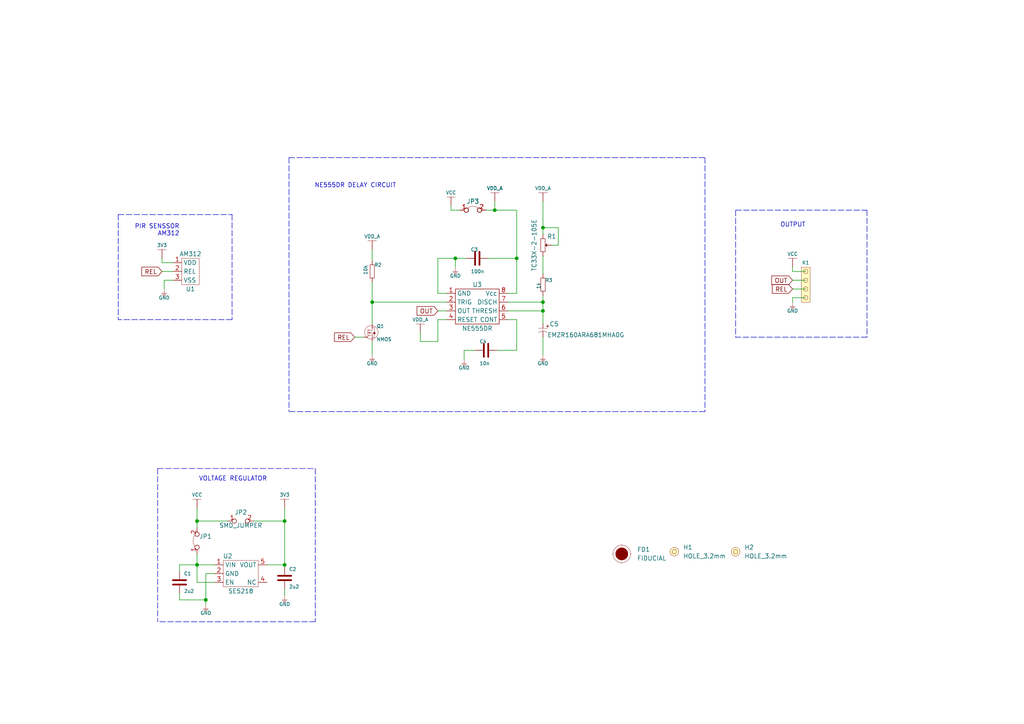
<source format=kicad_sch>
(kicad_sch (version 20210621) (generator eeschema)

  (uuid 302ae457-e87a-4ae6-ac38-0f2c833f3b14)

  (paper "A4")

  (lib_symbols
    (symbol "e-radionica.com schematics:0603C" (pin_numbers hide) (pin_names (offset 0.002)) (in_bom yes) (on_board yes)
      (property "Reference" "C" (id 0) (at -0.635 3.175 0)
        (effects (font (size 1 1)))
      )
      (property "Value" "0603C" (id 1) (at 0 -3.175 0)
        (effects (font (size 1 1)))
      )
      (property "Footprint" "e-radionica.com footprinti:0603C" (id 2) (at 0 0 0)
        (effects (font (size 1 1)) hide)
      )
      (property "Datasheet" "" (id 3) (at 0 0 0)
        (effects (font (size 1 1)) hide)
      )
      (symbol "0603C_0_1"
        (polyline
          (pts
            (xy -0.635 1.905)
            (xy -0.635 -1.905)
          )
          (stroke (width 0.5)) (fill (type none))
        )
        (polyline
          (pts
            (xy 0.635 1.905)
            (xy 0.635 -1.905)
          )
          (stroke (width 0.5)) (fill (type none))
        )
      )
      (symbol "0603C_1_1"
        (pin passive line (at -3.175 0 0) (length 2.54)
          (name "~" (effects (font (size 1.27 1.27))))
          (number "1" (effects (font (size 1.27 1.27))))
        )
        (pin passive line (at 3.175 0 180) (length 2.54)
          (name "~" (effects (font (size 1.27 1.27))))
          (number "2" (effects (font (size 1.27 1.27))))
        )
      )
    )
    (symbol "e-radionica.com schematics:0603R" (pin_numbers hide) (pin_names (offset 0.254)) (in_bom yes) (on_board yes)
      (property "Reference" "R" (id 0) (at -1.905 1.905 0)
        (effects (font (size 1 1)))
      )
      (property "Value" "0603R" (id 1) (at 0 -1.905 0)
        (effects (font (size 1 1)))
      )
      (property "Footprint" "e-radionica.com footprinti:0603R" (id 2) (at -0.635 1.905 0)
        (effects (font (size 1 1)) hide)
      )
      (property "Datasheet" "" (id 3) (at -0.635 1.905 0)
        (effects (font (size 1 1)) hide)
      )
      (symbol "0603R_0_1"
        (rectangle (start -1.905 -0.635) (end 1.905 -0.6604)
          (stroke (width 0.1)) (fill (type none))
        )
        (rectangle (start -1.905 0.635) (end -1.8796 -0.635)
          (stroke (width 0.1)) (fill (type none))
        )
        (rectangle (start -1.905 0.635) (end 1.905 0.6096)
          (stroke (width 0.1)) (fill (type none))
        )
        (rectangle (start 1.905 0.635) (end 1.9304 -0.635)
          (stroke (width 0.1)) (fill (type none))
        )
      )
      (symbol "0603R_1_1"
        (pin passive line (at -3.175 0 0) (length 1.27)
          (name "~" (effects (font (size 1.27 1.27))))
          (number "1" (effects (font (size 1.27 1.27))))
        )
        (pin passive line (at 3.175 0 180) (length 1.27)
          (name "~" (effects (font (size 1.27 1.27))))
          (number "2" (effects (font (size 1.27 1.27))))
        )
      )
    )
    (symbol "e-radionica.com schematics:3V3" (power) (pin_names (offset 0)) (in_bom yes) (on_board yes)
      (property "Reference" "#PWR" (id 0) (at 4.445 0 0)
        (effects (font (size 1 1)) hide)
      )
      (property "Value" "3V3" (id 1) (at 0 3.556 0)
        (effects (font (size 1 1)))
      )
      (property "Footprint" "" (id 2) (at 4.445 3.81 0)
        (effects (font (size 1 1)) hide)
      )
      (property "Datasheet" "" (id 3) (at 4.445 3.81 0)
        (effects (font (size 1 1)) hide)
      )
      (property "ki_keywords" "power-flag" (id 4) (at 0 0 0)
        (effects (font (size 1.27 1.27)) hide)
      )
      (property "ki_description" "Power symbol creates a global label with name \"+3V3\"" (id 5) (at 0 0 0)
        (effects (font (size 1.27 1.27)) hide)
      )
      (symbol "3V3_0_1"
        (polyline
          (pts
            (xy -1.27 2.54)
            (xy 1.27 2.54)
          )
          (stroke (width 0.0006)) (fill (type none))
        )
        (polyline
          (pts
            (xy 0 0)
            (xy 0 2.54)
          )
          (stroke (width 0)) (fill (type none))
        )
      )
      (symbol "3V3_1_1"
        (pin power_in line (at 0 0 90) (length 0) hide
          (name "3V3" (effects (font (size 1.27 1.27))))
          (number "1" (effects (font (size 1.27 1.27))))
        )
      )
    )
    (symbol "e-radionica.com schematics:ELECTROLITIC_CAP_8x8x14.5" (pin_numbers hide) (pin_names hide) (in_bom yes) (on_board yes)
      (property "Reference" "C" (id 0) (at -1.27 2.54 0)
        (effects (font (size 1.27 1.27)))
      )
      (property "Value" "ELECTROLITIC_CAP_8x8x14.5" (id 1) (at 0 -2.54 0)
        (effects (font (size 1.27 1.27)))
      )
      (property "Footprint" "e-radionica.com footprinti:ELECTROLITIC_CAP_8x8x14.5" (id 2) (at 0 -5.08 0)
        (effects (font (size 1.27 1.27)) hide)
      )
      (property "Datasheet" "" (id 3) (at 0 0 0)
        (effects (font (size 1.27 1.27)) hide)
      )
      (symbol "ELECTROLITIC_CAP_8x8x14.5_0_0"
        (text "+" (at -1.905 1.27 0)
          (effects (font (size 1 1)))
        )
      )
      (symbol "ELECTROLITIC_CAP_8x8x14.5_0_1"
        (arc (start -0.0001 1.27) (end -0.0001 -1.27) (radius (at 1.27 0) (length 1.7961) (angles 135 -135))
          (stroke (width 0.0006)) (fill (type none))
        )
        (polyline
          (pts
            (xy -1.27 -1.27)
            (xy -1.27 1.27)
          )
          (stroke (width 0.0006)) (fill (type none))
        )
      )
      (symbol "ELECTROLITIC_CAP_8x8x14.5_1_1"
        (pin input line (at -2.54 0 0) (length 1.27)
          (name "+" (effects (font (size 1.27 1.27))))
          (number "1" (effects (font (size 1.27 1.27))))
        )
        (pin input line (at 1.27 0 180) (length 1.8)
          (name "-" (effects (font (size 1.27 1.27))))
          (number "2" (effects (font (size 1.27 1.27))))
        )
      )
    )
    (symbol "e-radionica.com schematics:FIDUCIAL" (in_bom no) (on_board yes)
      (property "Reference" "FD" (id 0) (at 0 3.81 0)
        (effects (font (size 1.27 1.27)))
      )
      (property "Value" "FIDUCIAL" (id 1) (at 0 -3.81 0)
        (effects (font (size 1.27 1.27)))
      )
      (property "Footprint" "e-radionica.com footprinti:FIDUCIAL_23" (id 2) (at 0.254 -5.334 0)
        (effects (font (size 1.27 1.27)) hide)
      )
      (property "Datasheet" "" (id 3) (at 0 0 0)
        (effects (font (size 1.27 1.27)) hide)
      )
      (symbol "FIDUCIAL_0_1"
        (circle (center 0 0) (radius 2.54) (stroke (width 0.0006)) (fill (type none)))
        (circle (center 0 0) (radius 1.7961) (stroke (width 0.001)) (fill (type outline)))
        (polyline
          (pts
            (xy -2.54 0)
            (xy -2.794 0)
          )
          (stroke (width 0.0006)) (fill (type none))
        )
        (polyline
          (pts
            (xy 0 -2.54)
            (xy 0 -2.794)
          )
          (stroke (width 0.0006)) (fill (type none))
        )
        (polyline
          (pts
            (xy 0 2.54)
            (xy 0 2.794)
          )
          (stroke (width 0.0006)) (fill (type none))
        )
        (polyline
          (pts
            (xy 2.54 0)
            (xy 2.794 0)
          )
          (stroke (width 0.0006)) (fill (type none))
        )
      )
    )
    (symbol "e-radionica.com schematics:GND" (power) (pin_names (offset 0)) (in_bom yes) (on_board yes)
      (property "Reference" "#PWR" (id 0) (at 4.445 0 0)
        (effects (font (size 1 1)) hide)
      )
      (property "Value" "GND" (id 1) (at 0 -2.921 0)
        (effects (font (size 1 1)))
      )
      (property "Footprint" "" (id 2) (at 4.445 3.81 0)
        (effects (font (size 1 1)) hide)
      )
      (property "Datasheet" "" (id 3) (at 4.445 3.81 0)
        (effects (font (size 1 1)) hide)
      )
      (property "ki_keywords" "power-flag" (id 4) (at 0 0 0)
        (effects (font (size 1.27 1.27)) hide)
      )
      (property "ki_description" "Power symbol creates a global label with name \"+3V3\"" (id 5) (at 0 0 0)
        (effects (font (size 1.27 1.27)) hide)
      )
      (symbol "GND_0_1"
        (polyline
          (pts
            (xy -0.762 -1.27)
            (xy 0.762 -1.27)
          )
          (stroke (width 0.0006)) (fill (type none))
        )
        (polyline
          (pts
            (xy -0.635 -1.524)
            (xy 0.635 -1.524)
          )
          (stroke (width 0.0006)) (fill (type none))
        )
        (polyline
          (pts
            (xy -0.381 -1.778)
            (xy 0.381 -1.778)
          )
          (stroke (width 0.0006)) (fill (type none))
        )
        (polyline
          (pts
            (xy -0.127 -2.032)
            (xy 0.127 -2.032)
          )
          (stroke (width 0.0006)) (fill (type none))
        )
        (polyline
          (pts
            (xy 0 0)
            (xy 0 -1.27)
          )
          (stroke (width 0.0006)) (fill (type none))
        )
      )
      (symbol "GND_1_1"
        (pin power_in line (at 0 0 270) (length 0) hide
          (name "GND" (effects (font (size 1.27 1.27))))
          (number "1" (effects (font (size 1.27 1.27))))
        )
      )
    )
    (symbol "e-radionica.com schematics:HEADER_MALE_4X1" (pin_numbers hide) (pin_names hide) (in_bom yes) (on_board yes)
      (property "Reference" "K" (id 0) (at -0.635 7.62 0)
        (effects (font (size 1 1)))
      )
      (property "Value" "HEADER_MALE_4X1" (id 1) (at 0 -5.08 0)
        (effects (font (size 1 1)))
      )
      (property "Footprint" "e-radionica.com footprinti:HEADER_MALE_4X1" (id 2) (at 0 -7.62 0)
        (effects (font (size 1 1)) hide)
      )
      (property "Datasheet" "" (id 3) (at 0 -2.54 0)
        (effects (font (size 1 1)) hide)
      )
      (symbol "HEADER_MALE_4X1_0_1"
        (circle (center 0 -2.54) (radius 0.635) (stroke (width 0.0006)) (fill (type none)))
        (circle (center 0 0) (radius 0.635) (stroke (width 0.0006)) (fill (type none)))
        (circle (center 0 2.54) (radius 0.635) (stroke (width 0.0006)) (fill (type none)))
        (circle (center 0 5.08) (radius 0.635) (stroke (width 0.0006)) (fill (type none)))
        (rectangle (start 1.27 -3.81) (end -1.27 6.35)
          (stroke (width 0.001)) (fill (type background))
        )
      )
      (symbol "HEADER_MALE_4X1_1_1"
        (pin passive line (at 0 -2.54 180) (length 0)
          (name "~" (effects (font (size 1 1))))
          (number "1" (effects (font (size 1 1))))
        )
        (pin passive line (at 0 0 180) (length 0)
          (name "~" (effects (font (size 1 1))))
          (number "2" (effects (font (size 1 1))))
        )
        (pin passive line (at 0 2.54 180) (length 0)
          (name "~" (effects (font (size 1 1))))
          (number "3" (effects (font (size 1 1))))
        )
        (pin passive line (at 0 5.08 180) (length 0)
          (name "~" (effects (font (size 1 1))))
          (number "4" (effects (font (size 1 1))))
        )
      )
    )
    (symbol "e-radionica.com schematics:HOLE_3.2mm" (pin_numbers hide) (pin_names hide) (in_bom yes) (on_board yes)
      (property "Reference" "H" (id 0) (at 0 2.54 0)
        (effects (font (size 1.27 1.27)))
      )
      (property "Value" "HOLE_3.2mm" (id 1) (at 0 -2.54 0)
        (effects (font (size 1.27 1.27)))
      )
      (property "Footprint" "e-radionica.com footprinti:HOLE_3.2mm" (id 2) (at 0 0 0)
        (effects (font (size 1.27 1.27)) hide)
      )
      (property "Datasheet" "" (id 3) (at 0 0 0)
        (effects (font (size 1.27 1.27)) hide)
      )
      (symbol "HOLE_3.2mm_0_1"
        (circle (center 0 0) (radius 0.635) (stroke (width 0.0006)) (fill (type none)))
        (circle (center 0 0) (radius 1.27) (stroke (width 0.001)) (fill (type background)))
      )
    )
    (symbol "e-radionica.com schematics:NE555DR" (in_bom yes) (on_board yes)
      (property "Reference" "U" (id 0) (at 0 6.35 0)
        (effects (font (size 1.27 1.27)))
      )
      (property "Value" "NE555DR" (id 1) (at 0 -6.35 0)
        (effects (font (size 1.27 1.27)))
      )
      (property "Footprint" "e-radionica.com footprinti:SOIC−8" (id 2) (at -6.35 -1.27 0)
        (effects (font (size 1.27 1.27)) hide)
      )
      (property "Datasheet" "" (id 3) (at -6.35 -1.27 0)
        (effects (font (size 1.27 1.27)) hide)
      )
      (symbol "NE555DR_0_1"
        (rectangle (start -7.62 3.81) (end -7.62 3.81)
          (stroke (width 0.1524)) (fill (type none))
        )
        (rectangle (start -6.35 5.08) (end 6.35 -5.08)
          (stroke (width 0.1524)) (fill (type none))
        )
      )
      (symbol "NE555DR_1_1"
        (pin input line (at -8.89 3.81 0) (length 2.54)
          (name "GND" (effects (font (size 1.27 1.27))))
          (number "1" (effects (font (size 1.27 1.27))))
        )
        (pin input line (at -8.89 1.27 0) (length 2.54)
          (name "TRIG" (effects (font (size 1.27 1.27))))
          (number "2" (effects (font (size 1.27 1.27))))
        )
        (pin input line (at -8.89 -1.27 0) (length 2.54)
          (name "OUT" (effects (font (size 1.27 1.27))))
          (number "3" (effects (font (size 1.27 1.27))))
        )
        (pin input line (at -8.89 -3.81 0) (length 2.54)
          (name "RESET" (effects (font (size 1.27 1.27))))
          (number "4" (effects (font (size 1.27 1.27))))
        )
        (pin input line (at 8.89 -3.81 180) (length 2.54)
          (name "CONT" (effects (font (size 1.27 1.27))))
          (number "5" (effects (font (size 1.27 1.27))))
        )
        (pin input line (at 8.89 -1.27 180) (length 2.54)
          (name "THRESH" (effects (font (size 1.27 1.27))))
          (number "6" (effects (font (size 1.27 1.27))))
        )
        (pin input line (at 8.89 1.27 180) (length 2.54)
          (name "DISCH" (effects (font (size 1.27 1.27))))
          (number "7" (effects (font (size 1.27 1.27))))
        )
        (pin input line (at 8.89 3.81 180) (length 2.54)
          (name "Vcc" (effects (font (size 1.27 1.27))))
          (number "8" (effects (font (size 1.27 1.27))))
        )
      )
    )
    (symbol "e-radionica.com schematics:NMOS-SOT-23-3" (pin_numbers hide) (pin_names hide) (in_bom yes) (on_board yes)
      (property "Reference" "Q" (id 0) (at -1.143 2.921 0)
        (effects (font (size 1 1)))
      )
      (property "Value" "NMOS-SOT-23-3" (id 1) (at 1.524 -3.937 0)
        (effects (font (size 1 1)))
      )
      (property "Footprint" "e-radionica.com footprinti:SOT-23-3" (id 2) (at 0 0 0)
        (effects (font (size 1 1)) hide)
      )
      (property "Datasheet" "" (id 3) (at 0 0 0)
        (effects (font (size 1 1)) hide)
      )
      (symbol "NMOS-SOT-23-3_0_1"
        (circle (center 1.016 0.127) (radius 1.9716) (stroke (width 0.0006)) (fill (type none)))
        (polyline
          (pts
            (xy 0 -1.27)
            (xy 0 1.016)
          )
          (stroke (width 0.0006)) (fill (type none))
        )
        (polyline
          (pts
            (xy 0.254 -1.016)
            (xy 0.254 -0.508)
          )
          (stroke (width 0.0006)) (fill (type none))
        )
        (polyline
          (pts
            (xy 0.254 -0.762)
            (xy 1.27 -0.762)
          )
          (stroke (width 0.0006)) (fill (type none))
        )
        (polyline
          (pts
            (xy 0.254 -0.254)
            (xy 0.254 0.254)
          )
          (stroke (width 0.0006)) (fill (type none))
        )
        (polyline
          (pts
            (xy 0.254 0.762)
            (xy 1.27 0.762)
          )
          (stroke (width 0.0006)) (fill (type none))
        )
        (polyline
          (pts
            (xy 0.254 1.016)
            (xy 0.254 0.508)
          )
          (stroke (width 0.0006)) (fill (type none))
        )
        (polyline
          (pts
            (xy 1.27 -1.27)
            (xy 1.27 -0.762)
          )
          (stroke (width 0.0006)) (fill (type none))
        )
        (polyline
          (pts
            (xy 1.27 0.762)
            (xy 1.27 1.27)
          )
          (stroke (width 0.0006)) (fill (type none))
        )
        (polyline
          (pts
            (xy 1.651 -0.254)
            (xy 1.905 0.127)
          )
          (stroke (width 0.2)) (fill (type none))
        )
        (polyline
          (pts
            (xy 1.651 0.127)
            (xy 2.159 0.127)
          )
          (stroke (width 0.0006)) (fill (type none))
        )
        (polyline
          (pts
            (xy 0.254 0)
            (xy 1.27 0)
            (xy 1.27 -0.762)
          )
          (stroke (width 0.0006)) (fill (type none))
        )
        (polyline
          (pts
            (xy 1.651 -0.254)
            (xy 2.159 -0.254)
            (xy 1.905 0.127)
          )
          (stroke (width 0.2)) (fill (type none))
        )
        (polyline
          (pts
            (xy 0.381 0)
            (xy 0.635 0.254)
            (xy 0.635 -0.254)
            (xy 0.381 0)
          )
          (stroke (width 0.0006)) (fill (type none))
        )
        (polyline
          (pts
            (xy 1.27 -1.27)
            (xy 1.905 -1.27)
            (xy 1.905 1.524)
            (xy 1.27 1.524)
          )
          (stroke (width 0.0006)) (fill (type none))
        )
      )
      (symbol "NMOS-SOT-23-3_1_1"
        (pin passive line (at -1.27 -1.27 0) (length 1.27)
          (name "G" (effects (font (size 1 1))))
          (number "1" (effects (font (size 1 1))))
        )
        (pin passive line (at 1.27 -2.54 90) (length 1.27)
          (name "S" (effects (font (size 1 1))))
          (number "2" (effects (font (size 1 1))))
        )
        (pin passive line (at 1.27 2.54 270) (length 1.27)
          (name "D" (effects (font (size 1 1))))
          (number "3" (effects (font (size 1 1))))
        )
      )
    )
    (symbol "e-radionica.com schematics:PIR_senzor" (in_bom yes) (on_board yes)
      (property "Reference" "U" (id 0) (at 0 5.08 0)
        (effects (font (size 1.27 1.27)))
      )
      (property "Value" "PIR_senzor" (id 1) (at 0 -5.08 0)
        (effects (font (size 1.27 1.27)))
      )
      (property "Footprint" "e-radionica.com footprinti:PIR_senzor" (id 2) (at 0 -7.62 0)
        (effects (font (size 1.27 1.27)) hide)
      )
      (property "Datasheet" "" (id 3) (at -6.35 0 0)
        (effects (font (size 1.27 1.27)) hide)
      )
      (symbol "PIR_senzor_0_1"
        (rectangle (start -2.54 3.81) (end 2.54 -3.81)
          (stroke (width 0.0006)) (fill (type none))
        )
      )
      (symbol "PIR_senzor_1_1"
        (pin input line (at -5.08 2.54 0) (length 2.54)
          (name "VDD" (effects (font (size 1.27 1.27))))
          (number "1" (effects (font (size 1.27 1.27))))
        )
        (pin input line (at -5.08 0 0) (length 2.54)
          (name "REL" (effects (font (size 1.27 1.27))))
          (number "2" (effects (font (size 1.27 1.27))))
        )
        (pin input line (at -5.08 -2.54 0) (length 2.54)
          (name "VSS" (effects (font (size 1.27 1.27))))
          (number "3" (effects (font (size 1.27 1.27))))
        )
      )
    )
    (symbol "e-radionica.com schematics:SE5218" (in_bom yes) (on_board yes)
      (property "Reference" "U" (id 0) (at -3.81 5.08 0)
        (effects (font (size 1.27 1.27)))
      )
      (property "Value" "SE5218" (id 1) (at 0 -5.08 0)
        (effects (font (size 1.27 1.27)))
      )
      (property "Footprint" "e-radionica.com footprinti:SOT-23-5" (id 2) (at 0 0 0)
        (effects (font (size 1.27 1.27)) hide)
      )
      (property "Datasheet" "" (id 3) (at 0 0 0)
        (effects (font (size 1.27 1.27)) hide)
      )
      (symbol "SE5218_0_1"
        (rectangle (start -5.08 3.81) (end 5.08 -3.81)
          (stroke (width 0.0006)) (fill (type none))
        )
      )
      (symbol "SE5218_1_1"
        (pin power_in line (at -7.62 2.54 0) (length 2.54)
          (name "VIN" (effects (font (size 1.27 1.27))))
          (number "1" (effects (font (size 1.27 1.27))))
        )
        (pin power_in line (at -7.62 0 0) (length 2.54)
          (name "GND" (effects (font (size 1.27 1.27))))
          (number "2" (effects (font (size 1.27 1.27))))
        )
        (pin input line (at -7.62 -2.54 0) (length 2.54)
          (name "EN" (effects (font (size 1.27 1.27))))
          (number "3" (effects (font (size 1.27 1.27))))
        )
        (pin passive line (at 7.62 -2.54 180) (length 2.54)
          (name "NC" (effects (font (size 1.27 1.27))))
          (number "4" (effects (font (size 1.27 1.27))))
        )
        (pin power_out line (at 7.62 2.54 180) (length 2.54)
          (name "VOUT" (effects (font (size 1.27 1.27))))
          (number "5" (effects (font (size 1.27 1.27))))
        )
      )
    )
    (symbol "e-radionica.com schematics:SMD-JUMPER-CONNECTED_TRACE_SLODERMASK" (in_bom yes) (on_board yes)
      (property "Reference" "JP" (id 0) (at 0 3.556 0)
        (effects (font (size 1.27 1.27)))
      )
      (property "Value" "SMD-JUMPER-CONNECTED_TRACE_SLODERMASK" (id 1) (at 0 -2.54 0)
        (effects (font (size 1.27 1.27)))
      )
      (property "Footprint" "e-radionica.com footprinti:SMD-JUMPER-CONNECTED_TRACE_SLODERMASK" (id 2) (at 0 -5.715 0)
        (effects (font (size 1.27 1.27)) hide)
      )
      (property "Datasheet" "" (id 3) (at 0 0 0)
        (effects (font (size 1.27 1.27)) hide)
      )
      (symbol "SMD-JUMPER-CONNECTED_TRACE_SLODERMASK_0_1"
        (arc (start -1.6159 0.5742) (end 1.5845 0.5996) (radius (at 0 -1.397) (length 2.5489) (angles 129.3 51.6))
          (stroke (width 0.0006)) (fill (type none))
        )
      )
      (symbol "SMD-JUMPER-CONNECTED_TRACE_SLODERMASK_1_1"
        (pin passive inverted (at -3.81 0 0) (length 2.54)
          (name "" (effects (font (size 1.27 1.27))))
          (number "1" (effects (font (size 1.27 1.27))))
        )
        (pin passive inverted (at 3.81 0 180) (length 2.54)
          (name "" (effects (font (size 1.27 1.27))))
          (number "2" (effects (font (size 1.27 1.27))))
        )
      )
    )
    (symbol "e-radionica.com schematics:SMD_JUMPER" (in_bom yes) (on_board yes)
      (property "Reference" "JP" (id 0) (at 0 1.397 0)
        (effects (font (size 1.27 1.27)))
      )
      (property "Value" "SMD_JUMPER" (id 1) (at 0.508 -3.048 0)
        (effects (font (size 1.27 1.27)))
      )
      (property "Footprint" "e-radionica.com footprinti:SMD_JUMPER" (id 2) (at 0 0 0)
        (effects (font (size 1.27 1.27)) hide)
      )
      (property "Datasheet" "" (id 3) (at 0 0 0)
        (effects (font (size 1.27 1.27)) hide)
      )
      (symbol "SMD_JUMPER_1_1"
        (pin passive inverted (at -3.81 0 0) (length 2.54)
          (name "" (effects (font (size 1.27 1.27))))
          (number "1" (effects (font (size 1.27 1.27))))
        )
        (pin passive inverted (at 3.81 0 180) (length 2.54)
          (name "" (effects (font (size 1.27 1.27))))
          (number "2" (effects (font (size 1.27 1.27))))
        )
      )
    )
    (symbol "e-radionica.com schematics:VCC" (power) (pin_names (offset 0)) (in_bom yes) (on_board yes)
      (property "Reference" "#PWR" (id 0) (at 4.445 0 0)
        (effects (font (size 1 1)) hide)
      )
      (property "Value" "VCC" (id 1) (at 0 3.556 0)
        (effects (font (size 1 1)))
      )
      (property "Footprint" "" (id 2) (at 4.445 3.81 0)
        (effects (font (size 1 1)) hide)
      )
      (property "Datasheet" "" (id 3) (at 4.445 3.81 0)
        (effects (font (size 1 1)) hide)
      )
      (property "ki_keywords" "power-flag" (id 4) (at 0 0 0)
        (effects (font (size 1.27 1.27)) hide)
      )
      (property "ki_description" "Power symbol creates a global label with name \"+3V3\"" (id 5) (at 0 0 0)
        (effects (font (size 1.27 1.27)) hide)
      )
      (symbol "VCC_0_1"
        (polyline
          (pts
            (xy -1.27 2.54)
            (xy 1.27 2.54)
          )
          (stroke (width 0.0006)) (fill (type none))
        )
        (polyline
          (pts
            (xy 0 0)
            (xy 0 2.54)
          )
          (stroke (width 0)) (fill (type none))
        )
      )
      (symbol "VCC_1_1"
        (pin power_in line (at 0 0 90) (length 0) hide
          (name "VCC" (effects (font (size 1.27 1.27))))
          (number "1" (effects (font (size 1.27 1.27))))
        )
      )
    )
    (symbol "e-radionica.com schematics:VDD_A" (power) (pin_names (offset 0)) (in_bom yes) (on_board yes)
      (property "Reference" "#PWR" (id 0) (at 4.445 0 0)
        (effects (font (size 1 1)) hide)
      )
      (property "Value" "VDD_A" (id 1) (at 0 3.556 0)
        (effects (font (size 1 1)))
      )
      (property "Footprint" "" (id 2) (at 4.445 3.81 0)
        (effects (font (size 1 1)) hide)
      )
      (property "Datasheet" "" (id 3) (at 4.445 3.81 0)
        (effects (font (size 1 1)) hide)
      )
      (property "ki_keywords" "power-flag" (id 4) (at 0 0 0)
        (effects (font (size 1.27 1.27)) hide)
      )
      (property "ki_description" "Power symbol creates a global label with name \"VDD_A\"" (id 5) (at 0 0 0)
        (effects (font (size 1.27 1.27)) hide)
      )
      (symbol "VDD_A_0_1"
        (polyline
          (pts
            (xy -1.27 2.54)
            (xy 1.27 2.54)
          )
          (stroke (width 0.0006)) (fill (type none))
        )
        (polyline
          (pts
            (xy 0 0)
            (xy 0 2.54)
          )
          (stroke (width 0)) (fill (type none))
        )
      )
      (symbol "VDD_A_1_1"
        (pin power_in line (at 0 0 90) (length 0) hide
          (name "VDD_A" (effects (font (size 1.27 1.27))))
          (number "1" (effects (font (size 1.27 1.27))))
        )
      )
    )
    (symbol "e-radionica.com schematics:tc33x-2-103e_1" (pin_numbers hide) (pin_names hide) (in_bom yes) (on_board yes)
      (property "Reference" "R" (id 0) (at -1.778 3.302 0)
        (effects (font (size 1.27 1.27)))
      )
      (property "Value" "tc33x-2-103e" (id 1) (at 0 -2.54 0)
        (effects (font (size 1.27 1.27)))
      )
      (property "Footprint" "e-radionica.com footprinti:tc33x-2-103e" (id 2) (at 0 -5.08 0)
        (effects (font (size 1.27 1.27)) hide)
      )
      (property "Datasheet" "" (id 3) (at -0.0508 -0.0508 0)
        (effects (font (size 1.27 1.27)) hide)
      )
      (symbol "tc33x-2-103e_1_0_1"
        (rectangle (start -1.905 -0.635) (end 1.905 -0.6604)
          (stroke (width 0.1)) (fill (type none))
        )
        (rectangle (start -1.905 0.635) (end -1.8796 -0.635)
          (stroke (width 0.1)) (fill (type none))
        )
        (rectangle (start -1.905 0.635) (end 1.905 0.6096)
          (stroke (width 0.1)) (fill (type none))
        )
        (rectangle (start 1.905 0.635) (end 1.9304 -0.635)
          (stroke (width 0.1)) (fill (type none))
        )
        (polyline
          (pts
            (xy -0.4318 1.1684)
            (xy 0.4826 1.1684)
            (xy 0 0.635)
            (xy -0.4064 1.0922)
            (xy -0.4826 1.1684)
            (xy 0 0.7874)
            (xy 0.3048 1.1176)
            (xy -0.254 1.0668)
            (xy 0.0254 0.8636)
            (xy 0.0762 1.0414)
            (xy -0.0254 0.9652)
          )
          (stroke (width 0.0006)) (fill (type none))
        )
      )
      (symbol "tc33x-2-103e_1_1_1"
        (pin passive line (at -3.175 0 0) (length 1.27)
          (name "~" (effects (font (size 1.27 1.27))))
          (number "1" (effects (font (size 1.27 1.27))))
        )
        (pin passive line (at 0 2.54 270) (length 1.27)
          (name "" (effects (font (size 1.27 1.27))))
          (number "2" (effects (font (size 1.27 1.27))))
        )
        (pin passive line (at 3.175 0 180) (length 1.27)
          (name "~" (effects (font (size 1.27 1.27))))
          (number "3" (effects (font (size 1.27 1.27))))
        )
      )
    )
  )

  (junction (at 57.15 151.13) (diameter 0.9144) (color 0 0 0 0))
  (junction (at 57.15 163.83) (diameter 0.9144) (color 0 0 0 0))
  (junction (at 59.69 173.99) (diameter 0.9144) (color 0 0 0 0))
  (junction (at 82.55 151.13) (diameter 0.9144) (color 0 0 0 0))
  (junction (at 82.55 163.83) (diameter 0.9144) (color 0 0 0 0))
  (junction (at 107.95 87.63) (diameter 0.9144) (color 0 0 0 0))
  (junction (at 132.08 74.93) (diameter 0.9144) (color 0 0 0 0))
  (junction (at 143.51 60.96) (diameter 0.9144) (color 0 0 0 0))
  (junction (at 149.86 74.93) (diameter 0.9144) (color 0 0 0 0))
  (junction (at 157.48 66.04) (diameter 0.9144) (color 0 0 0 0))
  (junction (at 157.48 87.63) (diameter 0.9144) (color 0 0 0 0))
  (junction (at 157.48 90.17) (diameter 0.9144) (color 0 0 0 0))

  (wire (pts (xy 46.99 76.2) (xy 46.99 74.93))
    (stroke (width 0) (type solid) (color 0 0 0 0))
    (uuid 20b53099-82cf-48d8-8314-8fd61a0ad0e0)
  )
  (wire (pts (xy 46.99 78.74) (xy 50.165 78.74))
    (stroke (width 0) (type solid) (color 0 0 0 0))
    (uuid 5157ded1-94f1-4a0c-a13c-422d6b338ca1)
  )
  (wire (pts (xy 47.625 81.28) (xy 47.625 83.82))
    (stroke (width 0) (type solid) (color 0 0 0 0))
    (uuid c9697760-7753-4c3d-817c-e171b02809a5)
  )
  (wire (pts (xy 50.165 76.2) (xy 46.99 76.2))
    (stroke (width 0) (type solid) (color 0 0 0 0))
    (uuid 20b53099-82cf-48d8-8314-8fd61a0ad0e0)
  )
  (wire (pts (xy 50.165 81.28) (xy 47.625 81.28))
    (stroke (width 0) (type solid) (color 0 0 0 0))
    (uuid c9697760-7753-4c3d-817c-e171b02809a5)
  )
  (wire (pts (xy 52.07 163.83) (xy 57.15 163.83))
    (stroke (width 0) (type solid) (color 0 0 0 0))
    (uuid d1388d31-e774-4aa5-abb7-5975b38696dc)
  )
  (wire (pts (xy 52.07 165.735) (xy 52.07 163.83))
    (stroke (width 0) (type solid) (color 0 0 0 0))
    (uuid b810a327-d25d-4dc6-b840-2aae367b4106)
  )
  (wire (pts (xy 52.07 172.085) (xy 52.07 173.99))
    (stroke (width 0) (type solid) (color 0 0 0 0))
    (uuid a30eb737-f2a2-4fdf-b020-277a2a158406)
  )
  (wire (pts (xy 52.07 173.99) (xy 59.69 173.99))
    (stroke (width 0) (type solid) (color 0 0 0 0))
    (uuid 678135f8-700b-4b0f-8ce0-b0e46afeace6)
  )
  (wire (pts (xy 57.15 147.32) (xy 57.15 151.13))
    (stroke (width 0) (type solid) (color 0 0 0 0))
    (uuid c5e0ca19-f7ba-4519-a968-27e74d6ac5ee)
  )
  (wire (pts (xy 57.15 151.13) (xy 57.15 153.035))
    (stroke (width 0) (type solid) (color 0 0 0 0))
    (uuid 48084e6b-6f63-4a5a-a46b-364ad6d4af64)
  )
  (wire (pts (xy 57.15 151.13) (xy 66.04 151.13))
    (stroke (width 0) (type solid) (color 0 0 0 0))
    (uuid 0befbbb7-821b-44e9-b21d-23e7bd308f60)
  )
  (wire (pts (xy 57.15 160.655) (xy 57.15 163.83))
    (stroke (width 0) (type solid) (color 0 0 0 0))
    (uuid 77525ca4-3fbe-48a4-9888-4ed6e55ef0cf)
  )
  (wire (pts (xy 57.15 168.91) (xy 57.15 163.83))
    (stroke (width 0) (type solid) (color 0 0 0 0))
    (uuid eacc7496-5399-4abc-8a86-6f82d8282e92)
  )
  (wire (pts (xy 59.69 166.37) (xy 59.69 173.99))
    (stroke (width 0) (type solid) (color 0 0 0 0))
    (uuid df4cc176-d476-42f5-85a7-4ebcbb04d643)
  )
  (wire (pts (xy 59.69 173.99) (xy 59.69 175.26))
    (stroke (width 0) (type solid) (color 0 0 0 0))
    (uuid 7fd5c543-3e7c-47ac-aa68-da80f4c8e00f)
  )
  (wire (pts (xy 62.23 163.83) (xy 57.15 163.83))
    (stroke (width 0) (type solid) (color 0 0 0 0))
    (uuid cfa54471-ef79-4fa8-9cff-a7e367bbbce6)
  )
  (wire (pts (xy 62.23 166.37) (xy 59.69 166.37))
    (stroke (width 0) (type solid) (color 0 0 0 0))
    (uuid a19d9731-6c20-42ec-ae22-443fe0d3399f)
  )
  (wire (pts (xy 62.23 168.91) (xy 57.15 168.91))
    (stroke (width 0) (type solid) (color 0 0 0 0))
    (uuid 08705356-c1e5-4a3c-8c54-67732e9301d2)
  )
  (wire (pts (xy 73.66 151.13) (xy 82.55 151.13))
    (stroke (width 0) (type solid) (color 0 0 0 0))
    (uuid 4b0e1237-3a89-45ba-9075-50949e88652b)
  )
  (wire (pts (xy 77.47 163.83) (xy 82.55 163.83))
    (stroke (width 0) (type solid) (color 0 0 0 0))
    (uuid bfaef655-cc23-4ce7-b84b-77e38c08b035)
  )
  (wire (pts (xy 82.55 151.13) (xy 82.55 147.32))
    (stroke (width 0) (type solid) (color 0 0 0 0))
    (uuid 9cee23bf-23d5-46da-9a5d-d9b32148d112)
  )
  (wire (pts (xy 82.55 151.13) (xy 82.55 163.83))
    (stroke (width 0) (type solid) (color 0 0 0 0))
    (uuid 2cbf9ad1-36b1-488b-981d-1e32be12ac76)
  )
  (wire (pts (xy 82.55 163.83) (xy 82.55 164.465))
    (stroke (width 0) (type solid) (color 0 0 0 0))
    (uuid e386a3f6-ffcb-4156-91f3-f72129b4d8be)
  )
  (wire (pts (xy 82.55 170.815) (xy 82.55 172.72))
    (stroke (width 0) (type solid) (color 0 0 0 0))
    (uuid 830b997b-de01-4af1-a007-613dfbb6669b)
  )
  (wire (pts (xy 102.87 97.79) (xy 105.41 97.79))
    (stroke (width 0) (type solid) (color 0 0 0 0))
    (uuid 4c9d44d5-84b0-47bf-a0a8-bceb0a0157d1)
  )
  (wire (pts (xy 107.95 72.39) (xy 107.95 75.565))
    (stroke (width 0) (type solid) (color 0 0 0 0))
    (uuid 32c8e681-48fc-46da-bf9e-70addb471a1e)
  )
  (wire (pts (xy 107.95 81.915) (xy 107.95 87.63))
    (stroke (width 0) (type solid) (color 0 0 0 0))
    (uuid afb531b4-05e9-4e6b-8b76-c68cfa53b680)
  )
  (wire (pts (xy 107.95 87.63) (xy 107.95 93.98))
    (stroke (width 0) (type solid) (color 0 0 0 0))
    (uuid afb531b4-05e9-4e6b-8b76-c68cfa53b680)
  )
  (wire (pts (xy 107.95 87.63) (xy 129.54 87.63))
    (stroke (width 0) (type solid) (color 0 0 0 0))
    (uuid c6a97427-163d-4cd2-a063-fe45ab4ef852)
  )
  (wire (pts (xy 107.95 99.06) (xy 107.95 102.87))
    (stroke (width 0) (type solid) (color 0 0 0 0))
    (uuid 502832cc-d2cd-4239-a47f-8ecb939bf2f2)
  )
  (wire (pts (xy 121.92 99.06) (xy 121.92 96.52))
    (stroke (width 0) (type solid) (color 0 0 0 0))
    (uuid c7c58b3a-8a6f-4baf-bbfa-0796dddcf976)
  )
  (wire (pts (xy 127 74.93) (xy 132.08 74.93))
    (stroke (width 0) (type solid) (color 0 0 0 0))
    (uuid dc9a2341-629a-4fdb-bea3-8f6f32d92c71)
  )
  (wire (pts (xy 127 85.09) (xy 127 74.93))
    (stroke (width 0) (type solid) (color 0 0 0 0))
    (uuid dc9a2341-629a-4fdb-bea3-8f6f32d92c71)
  )
  (wire (pts (xy 127 90.17) (xy 129.54 90.17))
    (stroke (width 0) (type solid) (color 0 0 0 0))
    (uuid 5f0f3d18-3cf4-4b39-99a7-f21d469add1f)
  )
  (wire (pts (xy 127 92.71) (xy 127 99.06))
    (stroke (width 0) (type solid) (color 0 0 0 0))
    (uuid c7c58b3a-8a6f-4baf-bbfa-0796dddcf976)
  )
  (wire (pts (xy 127 99.06) (xy 121.92 99.06))
    (stroke (width 0) (type solid) (color 0 0 0 0))
    (uuid c7c58b3a-8a6f-4baf-bbfa-0796dddcf976)
  )
  (wire (pts (xy 129.54 85.09) (xy 127 85.09))
    (stroke (width 0) (type solid) (color 0 0 0 0))
    (uuid bf97f22e-bea6-42cf-b64a-6323900c4b93)
  )
  (wire (pts (xy 129.54 92.71) (xy 127 92.71))
    (stroke (width 0) (type solid) (color 0 0 0 0))
    (uuid c7c58b3a-8a6f-4baf-bbfa-0796dddcf976)
  )
  (wire (pts (xy 130.81 60.96) (xy 130.81 59.69))
    (stroke (width 0) (type solid) (color 0 0 0 0))
    (uuid f189ea4e-ffda-47b6-85a8-b232e0a898af)
  )
  (wire (pts (xy 132.08 74.93) (xy 132.08 77.47))
    (stroke (width 0) (type solid) (color 0 0 0 0))
    (uuid dc9a2341-629a-4fdb-bea3-8f6f32d92c71)
  )
  (wire (pts (xy 132.08 74.93) (xy 135.255 74.93))
    (stroke (width 0) (type solid) (color 0 0 0 0))
    (uuid dae51a0d-fdab-4b4c-8c6e-00d16f5b33d9)
  )
  (wire (pts (xy 133.35 60.96) (xy 130.81 60.96))
    (stroke (width 0) (type solid) (color 0 0 0 0))
    (uuid f189ea4e-ffda-47b6-85a8-b232e0a898af)
  )
  (wire (pts (xy 134.62 101.6) (xy 134.62 104.14))
    (stroke (width 0) (type solid) (color 0 0 0 0))
    (uuid c3fbd17a-5765-4487-b0fb-6c6c2a4d2078)
  )
  (wire (pts (xy 137.795 101.6) (xy 134.62 101.6))
    (stroke (width 0) (type solid) (color 0 0 0 0))
    (uuid c3fbd17a-5765-4487-b0fb-6c6c2a4d2078)
  )
  (wire (pts (xy 140.97 60.96) (xy 143.51 60.96))
    (stroke (width 0) (type solid) (color 0 0 0 0))
    (uuid 8dc26719-0a43-48e9-ae4c-4c1deea37ae2)
  )
  (wire (pts (xy 141.605 74.93) (xy 149.86 74.93))
    (stroke (width 0) (type solid) (color 0 0 0 0))
    (uuid f77efbdd-871b-45d9-95c6-370ee12ed11b)
  )
  (wire (pts (xy 143.51 58.42) (xy 143.51 60.96))
    (stroke (width 0) (type solid) (color 0 0 0 0))
    (uuid 49ee6079-1039-4f91-ae04-4afcfecb0367)
  )
  (wire (pts (xy 143.51 60.96) (xy 149.86 60.96))
    (stroke (width 0) (type solid) (color 0 0 0 0))
    (uuid 8dc26719-0a43-48e9-ae4c-4c1deea37ae2)
  )
  (wire (pts (xy 144.145 101.6) (xy 149.86 101.6))
    (stroke (width 0) (type solid) (color 0 0 0 0))
    (uuid d639d2b5-b3f5-44ce-bd45-187140f82555)
  )
  (wire (pts (xy 147.32 85.09) (xy 149.86 85.09))
    (stroke (width 0) (type solid) (color 0 0 0 0))
    (uuid aad507ef-e9fb-482a-a8e5-417d971a53f2)
  )
  (wire (pts (xy 147.32 87.63) (xy 157.48 87.63))
    (stroke (width 0) (type solid) (color 0 0 0 0))
    (uuid 4297cff9-fe8c-4676-9fcb-7ec6f53b81c6)
  )
  (wire (pts (xy 147.32 90.17) (xy 157.48 90.17))
    (stroke (width 0) (type solid) (color 0 0 0 0))
    (uuid 0bc5c443-7340-4488-b089-c7c27f134ed0)
  )
  (wire (pts (xy 147.32 92.71) (xy 149.86 92.71))
    (stroke (width 0) (type solid) (color 0 0 0 0))
    (uuid d639d2b5-b3f5-44ce-bd45-187140f82555)
  )
  (wire (pts (xy 149.86 60.96) (xy 149.86 74.93))
    (stroke (width 0) (type solid) (color 0 0 0 0))
    (uuid aad507ef-e9fb-482a-a8e5-417d971a53f2)
  )
  (wire (pts (xy 149.86 74.93) (xy 149.86 85.09))
    (stroke (width 0) (type solid) (color 0 0 0 0))
    (uuid aad507ef-e9fb-482a-a8e5-417d971a53f2)
  )
  (wire (pts (xy 149.86 92.71) (xy 149.86 101.6))
    (stroke (width 0) (type solid) (color 0 0 0 0))
    (uuid d639d2b5-b3f5-44ce-bd45-187140f82555)
  )
  (wire (pts (xy 157.48 58.42) (xy 157.48 66.04))
    (stroke (width 0) (type solid) (color 0 0 0 0))
    (uuid 751fb0fa-490b-4fbf-88ed-4736eaf3e40c)
  )
  (wire (pts (xy 157.48 66.04) (xy 157.48 67.945))
    (stroke (width 0) (type solid) (color 0 0 0 0))
    (uuid 751fb0fa-490b-4fbf-88ed-4736eaf3e40c)
  )
  (wire (pts (xy 157.48 74.295) (xy 157.48 79.375))
    (stroke (width 0) (type solid) (color 0 0 0 0))
    (uuid 29258a1f-f3eb-4717-93a3-1c4aa8fc8bf8)
  )
  (wire (pts (xy 157.48 85.725) (xy 157.48 87.63))
    (stroke (width 0) (type solid) (color 0 0 0 0))
    (uuid 2fed8ea8-fb25-4ea6-8ba0-d37721b3ba11)
  )
  (wire (pts (xy 157.48 87.63) (xy 157.48 90.17))
    (stroke (width 0) (type solid) (color 0 0 0 0))
    (uuid 4297cff9-fe8c-4676-9fcb-7ec6f53b81c6)
  )
  (wire (pts (xy 157.48 90.17) (xy 157.48 93.98))
    (stroke (width 0) (type solid) (color 0 0 0 0))
    (uuid 0bc5c443-7340-4488-b089-c7c27f134ed0)
  )
  (wire (pts (xy 157.48 97.79) (xy 157.48 102.87))
    (stroke (width 0) (type solid) (color 0 0 0 0))
    (uuid 164633fd-bca4-4dbb-98a8-5793ab4fb40e)
  )
  (wire (pts (xy 160.02 71.12) (xy 161.925 71.12))
    (stroke (width 0) (type solid) (color 0 0 0 0))
    (uuid 52ec8d8f-4134-4f95-8647-f3b9e74ffcc5)
  )
  (wire (pts (xy 161.925 66.04) (xy 157.48 66.04))
    (stroke (width 0) (type solid) (color 0 0 0 0))
    (uuid 52ec8d8f-4134-4f95-8647-f3b9e74ffcc5)
  )
  (wire (pts (xy 161.925 71.12) (xy 161.925 66.04))
    (stroke (width 0) (type solid) (color 0 0 0 0))
    (uuid 52ec8d8f-4134-4f95-8647-f3b9e74ffcc5)
  )
  (wire (pts (xy 229.87 78.74) (xy 229.87 77.47))
    (stroke (width 0) (type solid) (color 0 0 0 0))
    (uuid ff6b8e71-3c07-485a-af6e-fb33fb8fd048)
  )
  (wire (pts (xy 229.87 81.28) (xy 233.68 81.28))
    (stroke (width 0) (type solid) (color 0 0 0 0))
    (uuid cabcb3b9-0cbd-414b-956c-027f5c924c13)
  )
  (wire (pts (xy 229.87 83.82) (xy 233.68 83.82))
    (stroke (width 0) (type solid) (color 0 0 0 0))
    (uuid d0d8b188-f2ff-4488-b94d-f477306ff71a)
  )
  (wire (pts (xy 229.87 86.36) (xy 229.87 87.63))
    (stroke (width 0) (type solid) (color 0 0 0 0))
    (uuid e4d35841-d75d-4eaa-a1ca-72bff61d0d36)
  )
  (wire (pts (xy 233.68 78.74) (xy 229.87 78.74))
    (stroke (width 0) (type solid) (color 0 0 0 0))
    (uuid ff6b8e71-3c07-485a-af6e-fb33fb8fd048)
  )
  (wire (pts (xy 233.68 86.36) (xy 229.87 86.36))
    (stroke (width 0) (type solid) (color 0 0 0 0))
    (uuid e4d35841-d75d-4eaa-a1ca-72bff61d0d36)
  )
  (polyline (pts (xy 34.29 62.23) (xy 34.29 92.71))
    (stroke (width 0) (type dash) (color 0 0 0 0))
    (uuid 4b1e1e9d-68be-435b-a85e-5a6f6c58c98e)
  )
  (polyline (pts (xy 34.29 62.23) (xy 67.31 62.23))
    (stroke (width 0) (type dash) (color 0 0 0 0))
    (uuid 4b1e1e9d-68be-435b-a85e-5a6f6c58c98e)
  )
  (polyline (pts (xy 45.72 135.89) (xy 45.72 180.34))
    (stroke (width 0) (type dash) (color 0 0 0 0))
    (uuid 2ed72892-889f-4649-bd47-5f7fa0418573)
  )
  (polyline (pts (xy 45.72 135.89) (xy 91.44 135.89))
    (stroke (width 0) (type dash) (color 0 0 0 0))
    (uuid 2ed72892-889f-4649-bd47-5f7fa0418573)
  )
  (polyline (pts (xy 67.31 62.23) (xy 67.31 92.71))
    (stroke (width 0) (type dash) (color 0 0 0 0))
    (uuid 4b1e1e9d-68be-435b-a85e-5a6f6c58c98e)
  )
  (polyline (pts (xy 67.31 92.71) (xy 34.29 92.71))
    (stroke (width 0) (type dash) (color 0 0 0 0))
    (uuid 4b1e1e9d-68be-435b-a85e-5a6f6c58c98e)
  )
  (polyline (pts (xy 83.82 45.72) (xy 83.82 119.38))
    (stroke (width 0) (type dash) (color 0 0 0 0))
    (uuid 09f00adf-b3ba-4fee-bd6f-3a9667d8938d)
  )
  (polyline (pts (xy 83.82 45.72) (xy 204.47 45.72))
    (stroke (width 0) (type dash) (color 0 0 0 0))
    (uuid 09f00adf-b3ba-4fee-bd6f-3a9667d8938d)
  )
  (polyline (pts (xy 91.44 135.89) (xy 91.44 180.34))
    (stroke (width 0) (type dash) (color 0 0 0 0))
    (uuid 2ed72892-889f-4649-bd47-5f7fa0418573)
  )
  (polyline (pts (xy 91.44 180.34) (xy 45.72 180.34))
    (stroke (width 0) (type dash) (color 0 0 0 0))
    (uuid 2ed72892-889f-4649-bd47-5f7fa0418573)
  )
  (polyline (pts (xy 204.47 45.72) (xy 204.47 119.38))
    (stroke (width 0) (type dash) (color 0 0 0 0))
    (uuid 09f00adf-b3ba-4fee-bd6f-3a9667d8938d)
  )
  (polyline (pts (xy 204.47 119.38) (xy 83.82 119.38))
    (stroke (width 0) (type dash) (color 0 0 0 0))
    (uuid 09f00adf-b3ba-4fee-bd6f-3a9667d8938d)
  )
  (polyline (pts (xy 213.36 60.96) (xy 213.36 97.79))
    (stroke (width 0) (type dash) (color 0 0 0 0))
    (uuid 50880fc8-63b0-4ea1-9eac-007c84032325)
  )
  (polyline (pts (xy 213.36 60.96) (xy 251.46 60.96))
    (stroke (width 0) (type dash) (color 0 0 0 0))
    (uuid 50880fc8-63b0-4ea1-9eac-007c84032325)
  )
  (polyline (pts (xy 251.46 60.96) (xy 251.46 97.79))
    (stroke (width 0) (type dash) (color 0 0 0 0))
    (uuid 50880fc8-63b0-4ea1-9eac-007c84032325)
  )
  (polyline (pts (xy 251.46 97.79) (xy 213.36 97.79))
    (stroke (width 0) (type dash) (color 0 0 0 0))
    (uuid 50880fc8-63b0-4ea1-9eac-007c84032325)
  )

  (text "PIR SENSSOR\nAM312" (at 52.07 68.58 180)
    (effects (font (size 1.27 1.27)) (justify right bottom))
    (uuid cf97b3a2-f000-457a-a121-fa94bd323a78)
  )
  (text "VOLTAGE REGULATOR" (at 77.47 139.7 180)
    (effects (font (size 1.27 1.27)) (justify right bottom))
    (uuid 7ce7b39f-036a-4a5b-a604-195b201c6584)
  )
  (text "NE555DR DELAY CIRCUIT" (at 114.935 54.61 180)
    (effects (font (size 1.27 1.27)) (justify right bottom))
    (uuid 5109c5ee-d83b-40bc-be57-e8a052511916)
  )
  (text "OUTPUT" (at 233.68 66.04 180)
    (effects (font (size 1.27 1.27)) (justify right bottom))
    (uuid 78089220-6ad2-4621-927c-e12fc1c1fb87)
  )

  (global_label "REL" (shape input) (at 46.99 78.74 180)
    (effects (font (size 1.27 1.27)) (justify right))
    (uuid 8d2b3ef0-e1c2-41f8-a997-e002905fd2c5)
    (property "Intersheet References" "${INTERSHEET_REFS}" (id 0) (at 39.6058 78.8194 0)
      (effects (font (size 1.27 1.27)) (justify right) hide)
    )
  )
  (global_label "REL" (shape input) (at 102.87 97.79 180)
    (effects (font (size 1.27 1.27)) (justify right))
    (uuid e5327909-a962-4337-9978-84531c0af932)
    (property "Intersheet References" "${INTERSHEET_REFS}" (id 0) (at 95.4858 97.8694 0)
      (effects (font (size 1.27 1.27)) (justify right) hide)
    )
  )
  (global_label "OUT" (shape input) (at 127 90.17 180)
    (effects (font (size 1.27 1.27)) (justify right))
    (uuid 362e92fe-cf62-4384-82b0-8078d2ed4634)
    (property "Intersheet References" "${INTERSHEET_REFS}" (id 0) (at 119.4343 90.0906 0)
      (effects (font (size 1.27 1.27)) (justify right) hide)
    )
  )
  (global_label "OUT" (shape input) (at 229.87 81.28 180)
    (effects (font (size 1.27 1.27)) (justify right))
    (uuid c05ae378-4812-44a7-bfdf-19a1efe76d8f)
    (property "Intersheet References" "${INTERSHEET_REFS}" (id 0) (at 222.3043 81.2006 0)
      (effects (font (size 1.27 1.27)) (justify right) hide)
    )
  )
  (global_label "REL" (shape input) (at 229.87 83.82 180)
    (effects (font (size 1.27 1.27)) (justify right))
    (uuid bf1c963f-8805-405c-9508-52de9788e4ea)
    (property "Intersheet References" "${INTERSHEET_REFS}" (id 0) (at 222.4858 83.8994 0)
      (effects (font (size 1.27 1.27)) (justify right) hide)
    )
  )

  (symbol (lib_id "e-radionica.com schematics:GND") (at 47.625 83.82 0) (unit 1)
    (in_bom yes) (on_board yes)
    (uuid 1cf13a8f-2d28-40e4-8514-a2f74dd80a75)
    (property "Reference" "#PWR04" (id 0) (at 52.07 83.82 0)
      (effects (font (size 1 1)) hide)
    )
    (property "Value" "GND" (id 1) (at 47.625 86.36 0)
      (effects (font (size 1 1)))
    )
    (property "Footprint" "" (id 2) (at 52.07 80.01 0)
      (effects (font (size 1 1)) hide)
    )
    (property "Datasheet" "" (id 3) (at 52.07 80.01 0)
      (effects (font (size 1 1)) hide)
    )
    (pin "1" (uuid fed0bd48-665b-4bdc-b711-cb8c9ea0fb71))
  )

  (symbol (lib_id "e-radionica.com schematics:GND") (at 59.69 175.26 0) (unit 1)
    (in_bom yes) (on_board yes)
    (uuid 67f05086-feae-452f-b5a1-c62dc7bb13a7)
    (property "Reference" "#PWR03" (id 0) (at 64.135 175.26 0)
      (effects (font (size 1 1)) hide)
    )
    (property "Value" "GND" (id 1) (at 59.69 177.8 0)
      (effects (font (size 1 1)))
    )
    (property "Footprint" "" (id 2) (at 64.135 171.45 0)
      (effects (font (size 1 1)) hide)
    )
    (property "Datasheet" "" (id 3) (at 64.135 171.45 0)
      (effects (font (size 1 1)) hide)
    )
    (pin "1" (uuid fed0bd48-665b-4bdc-b711-cb8c9ea0fb71))
  )

  (symbol (lib_id "e-radionica.com schematics:GND") (at 82.55 172.72 0) (unit 1)
    (in_bom yes) (on_board yes)
    (uuid eb8fb4d0-13d5-46f0-b6de-6a065948ddf8)
    (property "Reference" "#PWR06" (id 0) (at 86.995 172.72 0)
      (effects (font (size 1 1)) hide)
    )
    (property "Value" "GND" (id 1) (at 82.55 175.26 0)
      (effects (font (size 1 1)))
    )
    (property "Footprint" "" (id 2) (at 86.995 168.91 0)
      (effects (font (size 1 1)) hide)
    )
    (property "Datasheet" "" (id 3) (at 86.995 168.91 0)
      (effects (font (size 1 1)) hide)
    )
    (pin "1" (uuid fed0bd48-665b-4bdc-b711-cb8c9ea0fb71))
  )

  (symbol (lib_id "e-radionica.com schematics:GND") (at 107.95 102.87 0) (unit 1)
    (in_bom yes) (on_board yes)
    (uuid 636b0e6b-51cd-4443-897c-5ad8d3693f5b)
    (property "Reference" "#PWR07" (id 0) (at 112.395 102.87 0)
      (effects (font (size 1 1)) hide)
    )
    (property "Value" "GND" (id 1) (at 107.95 105.41 0)
      (effects (font (size 1 1)))
    )
    (property "Footprint" "" (id 2) (at 112.395 99.06 0)
      (effects (font (size 1 1)) hide)
    )
    (property "Datasheet" "" (id 3) (at 112.395 99.06 0)
      (effects (font (size 1 1)) hide)
    )
    (pin "1" (uuid c3d4508b-bb5d-43e6-a7a3-af391c7028cf))
  )

  (symbol (lib_id "e-radionica.com schematics:GND") (at 132.08 77.47 0) (unit 1)
    (in_bom yes) (on_board yes)
    (uuid 04c0601e-5a76-4eca-842a-05827d2a9783)
    (property "Reference" "#PWR010" (id 0) (at 136.525 77.47 0)
      (effects (font (size 1 1)) hide)
    )
    (property "Value" "GND" (id 1) (at 132.08 80.01 0)
      (effects (font (size 1 1)))
    )
    (property "Footprint" "" (id 2) (at 136.525 73.66 0)
      (effects (font (size 1 1)) hide)
    )
    (property "Datasheet" "" (id 3) (at 136.525 73.66 0)
      (effects (font (size 1 1)) hide)
    )
    (pin "1" (uuid ec0b0761-5b97-45d2-80ee-dd00853ccb0c))
  )

  (symbol (lib_id "e-radionica.com schematics:GND") (at 134.62 104.14 0) (unit 1)
    (in_bom yes) (on_board yes)
    (uuid 4db8ac7c-be3f-4565-9ece-70e79464cee9)
    (property "Reference" "#PWR011" (id 0) (at 139.065 104.14 0)
      (effects (font (size 1 1)) hide)
    )
    (property "Value" "GND" (id 1) (at 134.62 106.68 0)
      (effects (font (size 1 1)))
    )
    (property "Footprint" "" (id 2) (at 139.065 100.33 0)
      (effects (font (size 1 1)) hide)
    )
    (property "Datasheet" "" (id 3) (at 139.065 100.33 0)
      (effects (font (size 1 1)) hide)
    )
    (pin "1" (uuid 6748c033-e099-42f3-9458-79b93efe6949))
  )

  (symbol (lib_id "e-radionica.com schematics:GND") (at 157.48 102.87 0) (unit 1)
    (in_bom yes) (on_board yes)
    (uuid abe6a88e-7817-40c2-b691-f67fcffde931)
    (property "Reference" "#PWR014" (id 0) (at 161.925 102.87 0)
      (effects (font (size 1 1)) hide)
    )
    (property "Value" "GND" (id 1) (at 157.48 105.41 0)
      (effects (font (size 1 1)))
    )
    (property "Footprint" "" (id 2) (at 161.925 99.06 0)
      (effects (font (size 1 1)) hide)
    )
    (property "Datasheet" "" (id 3) (at 161.925 99.06 0)
      (effects (font (size 1 1)) hide)
    )
    (pin "1" (uuid 8a34e971-04c9-4efd-8c56-035c9af56bfb))
  )

  (symbol (lib_id "e-radionica.com schematics:GND") (at 229.87 87.63 0) (unit 1)
    (in_bom yes) (on_board yes)
    (uuid 6eb5bd15-078c-4ce7-bb2e-d833c57e3a36)
    (property "Reference" "#PWR021" (id 0) (at 234.315 87.63 0)
      (effects (font (size 1 1)) hide)
    )
    (property "Value" "GND" (id 1) (at 229.87 90.17 0)
      (effects (font (size 1 1)))
    )
    (property "Footprint" "" (id 2) (at 234.315 83.82 0)
      (effects (font (size 1 1)) hide)
    )
    (property "Datasheet" "" (id 3) (at 234.315 83.82 0)
      (effects (font (size 1 1)) hide)
    )
    (pin "1" (uuid fed0bd48-665b-4bdc-b711-cb8c9ea0fb71))
  )

  (symbol (lib_id "e-radionica.com schematics:HOLE_3.2mm") (at 195.58 160.02 0) (unit 1)
    (in_bom yes) (on_board yes)
    (uuid 365964af-1acd-474b-9c9c-d943e1e463ad)
    (property "Reference" "H1" (id 0) (at 198.12 158.75 0)
      (effects (font (size 1.27 1.27)) (justify left))
    )
    (property "Value" "HOLE_3.2mm" (id 1) (at 198.12 161.29 0)
      (effects (font (size 1.27 1.27)) (justify left))
    )
    (property "Footprint" "e-radionica.com footprinti:HOLE_3.2mm" (id 2) (at 195.58 160.02 0)
      (effects (font (size 1.27 1.27)) hide)
    )
    (property "Datasheet" "" (id 3) (at 195.58 160.02 0)
      (effects (font (size 1.27 1.27)) hide)
    )
  )

  (symbol (lib_id "e-radionica.com schematics:HOLE_3.2mm") (at 213.36 160.02 0) (unit 1)
    (in_bom yes) (on_board yes)
    (uuid c960a04e-a154-4583-8a0b-8d0cf625f00d)
    (property "Reference" "H2" (id 0) (at 215.9 158.75 0)
      (effects (font (size 1.27 1.27)) (justify left))
    )
    (property "Value" "HOLE_3.2mm" (id 1) (at 215.9 161.29 0)
      (effects (font (size 1.27 1.27)) (justify left))
    )
    (property "Footprint" "e-radionica.com footprinti:HOLE_3.2mm" (id 2) (at 213.36 160.02 0)
      (effects (font (size 1.27 1.27)) hide)
    )
    (property "Datasheet" "" (id 3) (at 213.36 160.02 0)
      (effects (font (size 1.27 1.27)) hide)
    )
  )

  (symbol (lib_id "e-radionica.com schematics:3V3") (at 46.99 74.93 0) (unit 1)
    (in_bom yes) (on_board yes)
    (uuid 3dfcf08f-09db-4ee5-88c7-22d10840405c)
    (property "Reference" "#PWR01" (id 0) (at 51.435 74.93 0)
      (effects (font (size 1 1)) hide)
    )
    (property "Value" "3V3" (id 1) (at 46.99 71.12 0)
      (effects (font (size 1 1)))
    )
    (property "Footprint" "" (id 2) (at 51.435 71.12 0)
      (effects (font (size 1 1)) hide)
    )
    (property "Datasheet" "" (id 3) (at 51.435 71.12 0)
      (effects (font (size 1 1)) hide)
    )
    (pin "1" (uuid a09a6d68-ee79-490a-8b5d-4067484555f6))
  )

  (symbol (lib_id "e-radionica.com schematics:VCC") (at 57.15 147.32 0) (unit 1)
    (in_bom yes) (on_board yes)
    (uuid e43ed981-db5e-4af8-9004-8f8e1503287c)
    (property "Reference" "#PWR0101" (id 0) (at 61.595 147.32 0)
      (effects (font (size 1 1)) hide)
    )
    (property "Value" "VCC" (id 1) (at 57.15 143.51 0)
      (effects (font (size 1 1)))
    )
    (property "Footprint" "" (id 2) (at 61.595 143.51 0)
      (effects (font (size 1 1)) hide)
    )
    (property "Datasheet" "" (id 3) (at 61.595 143.51 0)
      (effects (font (size 1 1)) hide)
    )
    (pin "1" (uuid 2eb0c238-0c1f-4f02-8d98-d97c5615d7c1))
  )

  (symbol (lib_id "e-radionica.com schematics:3V3") (at 82.55 147.32 0) (unit 1)
    (in_bom yes) (on_board yes)
    (uuid fb7ad02b-3c22-489b-a8a8-01a8aeb0bb0a)
    (property "Reference" "#PWR05" (id 0) (at 86.995 147.32 0)
      (effects (font (size 1 1)) hide)
    )
    (property "Value" "3V3" (id 1) (at 82.55 143.51 0)
      (effects (font (size 1 1)))
    )
    (property "Footprint" "" (id 2) (at 86.995 143.51 0)
      (effects (font (size 1 1)) hide)
    )
    (property "Datasheet" "" (id 3) (at 86.995 143.51 0)
      (effects (font (size 1 1)) hide)
    )
    (pin "1" (uuid a09a6d68-ee79-490a-8b5d-4067484555f6))
  )

  (symbol (lib_id "e-radionica.com schematics:VDD_A") (at 107.95 72.39 0) (unit 1)
    (in_bom yes) (on_board yes) (fields_autoplaced)
    (uuid 6e832fce-1a7d-46ea-8acc-70811f470a40)
    (property "Reference" "#PWR02" (id 0) (at 112.395 72.39 0)
      (effects (font (size 1 1)) hide)
    )
    (property "Value" "VDD_A" (id 1) (at 107.95 68.58 0)
      (effects (font (size 1 1)))
    )
    (property "Footprint" "" (id 2) (at 112.395 68.58 0)
      (effects (font (size 1 1)) hide)
    )
    (property "Datasheet" "" (id 3) (at 112.395 68.58 0)
      (effects (font (size 1 1)) hide)
    )
    (pin "1" (uuid 3fcd4674-1b2f-459a-8320-245b5c871052))
  )

  (symbol (lib_id "e-radionica.com schematics:VDD_A") (at 121.92 96.52 0) (unit 1)
    (in_bom yes) (on_board yes) (fields_autoplaced)
    (uuid b96fe83d-1f52-4267-93e9-30206612a27b)
    (property "Reference" "#PWR08" (id 0) (at 126.365 96.52 0)
      (effects (font (size 1 1)) hide)
    )
    (property "Value" "VDD_A" (id 1) (at 121.92 92.71 0)
      (effects (font (size 1 1)))
    )
    (property "Footprint" "" (id 2) (at 126.365 92.71 0)
      (effects (font (size 1 1)) hide)
    )
    (property "Datasheet" "" (id 3) (at 126.365 92.71 0)
      (effects (font (size 1 1)) hide)
    )
    (pin "1" (uuid f38d778e-14e4-4185-8544-75a3e402f637))
  )

  (symbol (lib_id "e-radionica.com schematics:VCC") (at 130.81 59.69 0) (unit 1)
    (in_bom yes) (on_board yes)
    (uuid 918e9fc8-ce19-4ca3-aca7-5f7ca9fd20cb)
    (property "Reference" "#PWR09" (id 0) (at 135.255 59.69 0)
      (effects (font (size 1 1)) hide)
    )
    (property "Value" "VCC" (id 1) (at 130.81 55.88 0)
      (effects (font (size 1 1)))
    )
    (property "Footprint" "" (id 2) (at 135.255 55.88 0)
      (effects (font (size 1 1)) hide)
    )
    (property "Datasheet" "" (id 3) (at 135.255 55.88 0)
      (effects (font (size 1 1)) hide)
    )
    (pin "1" (uuid a6140902-e43b-45b6-a971-8425f6237118))
  )

  (symbol (lib_id "e-radionica.com schematics:VDD_A") (at 143.51 58.42 0) (unit 1)
    (in_bom yes) (on_board yes) (fields_autoplaced)
    (uuid 24915de6-657e-4432-bec0-4de73bf4a492)
    (property "Reference" "#PWR012" (id 0) (at 147.955 58.42 0)
      (effects (font (size 1 1)) hide)
    )
    (property "Value" "VDD_A" (id 1) (at 143.51 54.61 0)
      (effects (font (size 1 1)))
    )
    (property "Footprint" "" (id 2) (at 147.955 54.61 0)
      (effects (font (size 1 1)) hide)
    )
    (property "Datasheet" "" (id 3) (at 147.955 54.61 0)
      (effects (font (size 1 1)) hide)
    )
    (pin "1" (uuid 7e9a001d-6299-4085-a36c-7ddb0c9825b9))
  )

  (symbol (lib_id "e-radionica.com schematics:VDD_A") (at 157.48 58.42 0) (unit 1)
    (in_bom yes) (on_board yes) (fields_autoplaced)
    (uuid fd9c1793-74aa-41b7-87c6-c31208734bf8)
    (property "Reference" "#PWR013" (id 0) (at 161.925 58.42 0)
      (effects (font (size 1 1)) hide)
    )
    (property "Value" "VDD_A" (id 1) (at 157.48 54.61 0)
      (effects (font (size 1 1)))
    )
    (property "Footprint" "" (id 2) (at 161.925 54.61 0)
      (effects (font (size 1 1)) hide)
    )
    (property "Datasheet" "" (id 3) (at 161.925 54.61 0)
      (effects (font (size 1 1)) hide)
    )
    (pin "1" (uuid f0b50ab1-96f3-4a1b-bfcf-807e598f2479))
  )

  (symbol (lib_id "e-radionica.com schematics:VCC") (at 229.87 77.47 0) (unit 1)
    (in_bom yes) (on_board yes)
    (uuid 7b351d12-5bb4-4a92-8a6a-848f5f4d792a)
    (property "Reference" "#PWR0102" (id 0) (at 234.315 77.47 0)
      (effects (font (size 1 1)) hide)
    )
    (property "Value" "VCC" (id 1) (at 229.87 73.66 0)
      (effects (font (size 1 1)))
    )
    (property "Footprint" "" (id 2) (at 234.315 73.66 0)
      (effects (font (size 1 1)) hide)
    )
    (property "Datasheet" "" (id 3) (at 234.315 73.66 0)
      (effects (font (size 1 1)) hide)
    )
    (pin "1" (uuid 2eb0c238-0c1f-4f02-8d98-d97c5615d7c1))
  )

  (symbol (lib_id "e-radionica.com schematics:0603R") (at 107.95 78.74 90) (unit 1)
    (in_bom yes) (on_board yes)
    (uuid 969d09bb-d7b1-4838-9210-c1f67e401606)
    (property "Reference" "R2" (id 0) (at 108.585 76.835 90)
      (effects (font (size 1 1)) (justify right))
    )
    (property "Value" "10k" (id 1) (at 106.045 76.835 0)
      (effects (font (size 1 1)) (justify right))
    )
    (property "Footprint" "e-radionica.com footprinti:0603R" (id 2) (at 106.045 79.375 0)
      (effects (font (size 1 1)) hide)
    )
    (property "Datasheet" "" (id 3) (at 106.045 79.375 0)
      (effects (font (size 1 1)) hide)
    )
    (pin "1" (uuid 3a2ea782-ae10-4b29-b6c5-8457853db8d1))
    (pin "2" (uuid 10128a53-e675-4554-beff-b29fd5d89ec2))
  )

  (symbol (lib_id "e-radionica.com schematics:0603R") (at 157.48 82.55 90) (unit 1)
    (in_bom yes) (on_board yes)
    (uuid fb53f1da-1c9c-440c-b460-12d392c60ae9)
    (property "Reference" "R3" (id 0) (at 158.115 81.28 90)
      (effects (font (size 1 1)) (justify right))
    )
    (property "Value" "1k" (id 1) (at 156.21 81.915 0)
      (effects (font (size 1 1)) (justify right))
    )
    (property "Footprint" "e-radionica.com footprinti:0603R" (id 2) (at 155.575 83.185 0)
      (effects (font (size 1 1)) hide)
    )
    (property "Datasheet" "" (id 3) (at 155.575 83.185 0)
      (effects (font (size 1 1)) hide)
    )
    (pin "1" (uuid 0b337d6b-7be1-419b-badb-925a333aa93d))
    (pin "2" (uuid 58bb4e39-83e1-497c-8898-9ccea4dca4b5))
  )

  (symbol (lib_id "e-radionica.com schematics:SMD_JUMPER") (at 69.85 151.13 0) (unit 1)
    (in_bom yes) (on_board yes)
    (uuid a85344a4-c1ce-4f01-96fa-6fd0932e7e6b)
    (property "Reference" "JP2" (id 0) (at 69.85 148.59 0))
    (property "Value" "SMD_JUMPER" (id 1) (at 69.85 152.4 0))
    (property "Footprint" "e-radionica.com footprinti:SMD_JUMPER" (id 2) (at 69.85 151.13 0)
      (effects (font (size 1.27 1.27)) hide)
    )
    (property "Datasheet" "" (id 3) (at 69.85 151.13 0)
      (effects (font (size 1.27 1.27)) hide)
    )
    (pin "1" (uuid 796655d8-c455-474e-81a8-19148232e90c))
    (pin "2" (uuid d823a17a-368c-4757-8d44-5a14b35adfd4))
  )

  (symbol (lib_id "e-radionica.com schematics:SMD-JUMPER-CONNECTED_TRACE_SLODERMASK") (at 57.15 156.845 90) (unit 1)
    (in_bom yes) (on_board yes)
    (uuid f4d9a079-513d-4d38-8d12-19f23659265f)
    (property "Reference" "JP1" (id 0) (at 57.785 155.5749 90)
      (effects (font (size 1.27 1.27)) (justify right))
    )
    (property "Value" "SMD-JUMPER-CONNECTED_TRACE_SLODERMASK" (id 1) (at 59.69 158.1149 90)
      (effects (font (size 1.27 1.27)) (justify right) hide)
    )
    (property "Footprint" "e-radionica.com footprinti:SMD-JUMPER-CONNECTED_TRACE_SLODERMASK" (id 2) (at 62.865 156.845 0)
      (effects (font (size 1.27 1.27)) hide)
    )
    (property "Datasheet" "" (id 3) (at 57.15 156.845 0)
      (effects (font (size 1.27 1.27)) hide)
    )
    (pin "1" (uuid b1e8c977-48eb-4048-adc7-e1864b1cb6bf))
    (pin "2" (uuid e3087cc8-5fed-4fa9-a5ed-1ed2c95b9ae5))
  )

  (symbol (lib_id "e-radionica.com schematics:SMD-JUMPER-CONNECTED_TRACE_SLODERMASK") (at 137.16 60.96 0) (unit 1)
    (in_bom yes) (on_board yes)
    (uuid ee46d257-1130-40f9-b6a8-694f73174ecb)
    (property "Reference" "JP3" (id 0) (at 137.16 58.42 0))
    (property "Value" "SMD-JUMPER-CONNECTED_TRACE_SLODERMASK" (id 1) (at 137.16 62.23 0)
      (effects (font (size 1.27 1.27)) hide)
    )
    (property "Footprint" "e-radionica.com footprinti:SMD-JUMPER-CONNECTED_TRACE_SLODERMASK" (id 2) (at 137.16 66.675 0)
      (effects (font (size 1.27 1.27)) hide)
    )
    (property "Datasheet" "" (id 3) (at 137.16 60.96 0)
      (effects (font (size 1.27 1.27)) hide)
    )
    (pin "1" (uuid 3bbf63bd-0982-4599-80d2-c88e83e7d343))
    (pin "2" (uuid 7e04743e-3ce8-4c01-8463-52c85a3f39fc))
  )

  (symbol (lib_id "e-radionica.com schematics:ELECTROLITIC_CAP_8x8x14.5") (at 157.48 96.52 270) (unit 1)
    (in_bom yes) (on_board yes)
    (uuid 3fa577c9-4725-4dd0-9cca-24623b9b6f00)
    (property "Reference" "C5" (id 0) (at 159.385 93.9799 90)
      (effects (font (size 1.27 1.27)) (justify left))
    )
    (property "Value" "EMZR160ARA681MHA0G" (id 1) (at 158.75 97.1549 90)
      (effects (font (size 1.27 1.27)) (justify left))
    )
    (property "Footprint" "e-radionica.com footprinti:ELECTROLITIC_CAP_8x8x14.5" (id 2) (at 152.4 96.52 0)
      (effects (font (size 1.27 1.27)) hide)
    )
    (property "Datasheet" "" (id 3) (at 157.48 96.52 0)
      (effects (font (size 1.27 1.27)) hide)
    )
    (pin "1" (uuid a676a8a5-c5b7-401d-bb51-548a833372b0))
    (pin "2" (uuid 5ca3180b-374d-4865-a666-5e9609a10b93))
  )

  (symbol (lib_id "e-radionica.com schematics:HEADER_MALE_4X1") (at 233.68 83.82 0) (unit 1)
    (in_bom yes) (on_board yes)
    (uuid f0652681-c895-4bd1-9143-40d47f6f8d17)
    (property "Reference" "K1" (id 0) (at 233.68 76.2 0)
      (effects (font (size 1 1)))
    )
    (property "Value" "HEADER_MALE_4X1" (id 1) (at 233.68 88.9 0)
      (effects (font (size 1 1)) hide)
    )
    (property "Footprint" "e-radionica.com footprinti:HEADER_MALE_4X1" (id 2) (at 233.68 91.44 0)
      (effects (font (size 1 1)) hide)
    )
    (property "Datasheet" "" (id 3) (at 233.68 86.36 0)
      (effects (font (size 1 1)) hide)
    )
    (pin "1" (uuid 44f4c3f2-3536-46a8-8f57-e30da4bdf155))
    (pin "2" (uuid 2e2f9874-0fc4-4eea-95e7-1f7283aea13b))
    (pin "3" (uuid 15bb814c-0e1f-4d06-91ef-1c8c4e7ce829))
    (pin "4" (uuid b24cb9de-c752-4087-957e-4bf8f1b86e30))
  )

  (symbol (lib_name "e-radionica.com schematics:tc33x-2-103e_1") (lib_id "e-radionica.com schematics:tc33x-2-103e") (at 157.48 71.12 270) (unit 1)
    (in_bom yes) (on_board yes)
    (uuid 0ac1a502-2bc3-42b7-83da-856186361e25)
    (property "Reference" "R1" (id 0) (at 160.02 68.58 90))
    (property "Value" "TC33X-2-105E" (id 1) (at 154.94 71.12 0))
    (property "Footprint" "e-radionica.com footprinti:tc33x-2-103e" (id 2) (at 152.4 71.12 0)
      (effects (font (size 1.27 1.27)) hide)
    )
    (property "Datasheet" "" (id 3) (at 157.4292 71.0692 0)
      (effects (font (size 1.27 1.27)) hide)
    )
    (pin "1" (uuid 6f8c3d0b-5a8e-4db8-aa94-89b745a4a396))
    (pin "2" (uuid 6ec26921-9f07-4d53-9c71-b2a3e382d46d))
    (pin "3" (uuid 5ce2dd18-2172-44e5-8fe0-36675dbdc720))
  )

  (symbol (lib_id "e-radionica.com schematics:NMOS-SOT-23-3") (at 106.68 96.52 0) (unit 1)
    (in_bom yes) (on_board yes)
    (uuid fb86b2fe-be15-4310-92c6-850af9d2738d)
    (property "Reference" "Q1" (id 0) (at 109.22 94.615 0)
      (effects (font (size 1 1)) (justify left))
    )
    (property "Value" "NMOS" (id 1) (at 109.22 98.425 0)
      (effects (font (size 1 1)) (justify left))
    )
    (property "Footprint" "e-radionica.com footprinti:SOT-23-3" (id 2) (at 106.68 96.52 0)
      (effects (font (size 1 1)) hide)
    )
    (property "Datasheet" "" (id 3) (at 106.68 96.52 0)
      (effects (font (size 1 1)) hide)
    )
    (pin "1" (uuid babf9cda-71bb-44c3-86df-29401eb28758))
    (pin "2" (uuid 79681e52-179c-4dd0-b693-5e09597e4c03))
    (pin "3" (uuid 26c62d7b-37d1-443c-aeab-74f15a30ec27))
  )

  (symbol (lib_id "e-radionica.com schematics:0603C") (at 52.07 168.91 90) (unit 1)
    (in_bom yes) (on_board yes)
    (uuid 532b4c0e-9766-4a78-9279-ab7e96b294c9)
    (property "Reference" "C1" (id 0) (at 53.34 166.37 90)
      (effects (font (size 1 1)) (justify right))
    )
    (property "Value" "2u2" (id 1) (at 53.34 171.45 90)
      (effects (font (size 1 1)) (justify right))
    )
    (property "Footprint" "e-radionica.com footprinti:0603C" (id 2) (at 52.07 168.91 0)
      (effects (font (size 1 1)) hide)
    )
    (property "Datasheet" "" (id 3) (at 52.07 168.91 0)
      (effects (font (size 1 1)) hide)
    )
    (pin "1" (uuid ec8f10b6-eba3-4882-9a7a-d11271a87f80))
    (pin "2" (uuid 60130a37-8791-4b27-81d5-9d6c3fe8c36f))
  )

  (symbol (lib_id "e-radionica.com schematics:0603C") (at 82.55 167.64 90) (unit 1)
    (in_bom yes) (on_board yes)
    (uuid aae324d6-4e12-496b-8653-4c5c86f6f435)
    (property "Reference" "C2" (id 0) (at 83.82 165.1 90)
      (effects (font (size 1 1)) (justify right))
    )
    (property "Value" "2u2" (id 1) (at 83.82 170.18 90)
      (effects (font (size 1 1)) (justify right))
    )
    (property "Footprint" "e-radionica.com footprinti:0603C" (id 2) (at 82.55 167.64 0)
      (effects (font (size 1 1)) hide)
    )
    (property "Datasheet" "" (id 3) (at 82.55 167.64 0)
      (effects (font (size 1 1)) hide)
    )
    (pin "1" (uuid ec8f10b6-eba3-4882-9a7a-d11271a87f80))
    (pin "2" (uuid 60130a37-8791-4b27-81d5-9d6c3fe8c36f))
  )

  (symbol (lib_id "e-radionica.com schematics:0603C") (at 138.43 74.93 180) (unit 1)
    (in_bom yes) (on_board yes)
    (uuid 087da800-2d2e-4d5b-81b0-110af19a8c95)
    (property "Reference" "C3" (id 0) (at 136.525 72.39 0)
      (effects (font (size 1 1)) (justify right))
    )
    (property "Value" "100n" (id 1) (at 136.525 78.74 0)
      (effects (font (size 1 1)) (justify right))
    )
    (property "Footprint" "e-radionica.com footprinti:0603C" (id 2) (at 138.43 74.93 0)
      (effects (font (size 1 1)) hide)
    )
    (property "Datasheet" "" (id 3) (at 138.43 74.93 0)
      (effects (font (size 1 1)) hide)
    )
    (pin "1" (uuid 92519456-b8ac-41e8-a4d3-d0fd5aa1bf1b))
    (pin "2" (uuid 90c9953d-4d37-48a8-9f04-21e93da6dcb8))
  )

  (symbol (lib_id "e-radionica.com schematics:0603C") (at 140.97 101.6 180) (unit 1)
    (in_bom yes) (on_board yes)
    (uuid 74bfce42-989b-498f-add8-a76f09469e48)
    (property "Reference" "C4" (id 0) (at 139.065 99.06 0)
      (effects (font (size 1 1)) (justify right))
    )
    (property "Value" "10n" (id 1) (at 139.065 105.41 0)
      (effects (font (size 1 1)) (justify right))
    )
    (property "Footprint" "e-radionica.com footprinti:0603C" (id 2) (at 140.97 101.6 0)
      (effects (font (size 1 1)) hide)
    )
    (property "Datasheet" "" (id 3) (at 140.97 101.6 0)
      (effects (font (size 1 1)) hide)
    )
    (pin "1" (uuid 6cf9479e-366f-457b-b5e0-955d65d0cf40))
    (pin "2" (uuid dbea87e2-4943-4f32-86ff-b0d8a0817af7))
  )

  (symbol (lib_id "e-radionica.com schematics:FIDUCIAL") (at 180.34 160.655 0) (unit 1)
    (in_bom no) (on_board yes) (fields_autoplaced)
    (uuid f3b71885-e806-4c37-af4c-cd8e8cd4f789)
    (property "Reference" "FD1" (id 0) (at 184.785 159.3849 0)
      (effects (font (size 1.27 1.27)) (justify left))
    )
    (property "Value" "FIDUCIAL" (id 1) (at 184.785 161.9249 0)
      (effects (font (size 1.27 1.27)) (justify left))
    )
    (property "Footprint" "e-radionica.com footprinti:FIDUCIAL_23" (id 2) (at 180.594 165.989 0)
      (effects (font (size 1.27 1.27)) hide)
    )
    (property "Datasheet" "" (id 3) (at 180.34 160.655 0)
      (effects (font (size 1.27 1.27)) hide)
    )
  )

  (symbol (lib_id "e-radionica.com schematics:PIR_senzor") (at 55.245 78.74 0) (unit 1)
    (in_bom yes) (on_board yes)
    (uuid 24b7348c-86b3-4578-ac1c-30be32270bce)
    (property "Reference" "U1" (id 0) (at 55.245 83.82 0))
    (property "Value" "AM312" (id 1) (at 55.245 73.66 0))
    (property "Footprint" "e-radionica.com footprinti:PIR_senzor" (id 2) (at 48.895 78.74 0)
      (effects (font (size 1.27 1.27)) hide)
    )
    (property "Datasheet" "" (id 3) (at 48.895 78.74 0)
      (effects (font (size 1.27 1.27)) hide)
    )
    (pin "1" (uuid 98d11eaa-4924-422a-9677-1c508ed60272))
    (pin "2" (uuid caa032b9-e868-41db-a5a8-6f305f12b079))
    (pin "3" (uuid c128dd54-a69d-4577-9c19-271c98fc662d))
  )

  (symbol (lib_id "e-radionica.com schematics:SE5218") (at 69.85 166.37 0) (unit 1)
    (in_bom yes) (on_board yes)
    (uuid 8d26bef4-d7f4-4e9a-8c64-20b8aa9856ac)
    (property "Reference" "U2" (id 0) (at 66.04 161.29 0))
    (property "Value" "SE5218" (id 1) (at 69.85 171.45 0))
    (property "Footprint" "e-radionica.com footprinti:SOT-23-5" (id 2) (at 69.85 166.37 0)
      (effects (font (size 1.27 1.27)) hide)
    )
    (property "Datasheet" "" (id 3) (at 69.85 166.37 0)
      (effects (font (size 1.27 1.27)) hide)
    )
    (pin "1" (uuid b2925cfc-4bb6-4fae-b9a8-10d4765b2c86))
    (pin "2" (uuid a8fcdeae-e92f-4852-acea-5a9cd04ed79b))
    (pin "3" (uuid 4a5fbdcb-90ba-428c-9425-59afaa16ba86))
    (pin "4" (uuid 174ce072-36a8-4791-9bb5-15c55958fbc7))
    (pin "5" (uuid 482f20b4-6081-4912-be6b-01f09784ef70))
  )

  (symbol (lib_id "e-radionica.com schematics:NE555DR") (at 138.43 88.9 0) (unit 1)
    (in_bom yes) (on_board yes)
    (uuid 2bfc3e11-b0e2-4a99-9dc8-afc1e98df2dd)
    (property "Reference" "U3" (id 0) (at 138.43 82.55 0))
    (property "Value" "NE555DR" (id 1) (at 138.43 95.25 0))
    (property "Footprint" "e-radionica.com footprinti:SOIC−8" (id 2) (at 132.08 90.17 0)
      (effects (font (size 1.27 1.27)) hide)
    )
    (property "Datasheet" "" (id 3) (at 132.08 90.17 0)
      (effects (font (size 1.27 1.27)) hide)
    )
    (pin "1" (uuid ffce085e-c215-469e-a1cd-02e19f5816e4))
    (pin "2" (uuid 031766e8-948b-4110-bc08-90419382b931))
    (pin "3" (uuid 9101148d-1c25-4007-94b8-e11d24f9f769))
    (pin "4" (uuid db97e051-8071-409d-aadd-d871d040bba2))
    (pin "5" (uuid 90ecd825-4dd2-4bea-aacb-77e6ce54a1ac))
    (pin "6" (uuid 00be8b42-5172-4c54-b48e-241578a0db19))
    (pin "7" (uuid 72d629fa-3e60-4b4c-96ad-e66696fa059e))
    (pin "8" (uuid 409099bc-b4c7-4878-bd89-fbb6d5a333df))
  )

  (sheet_instances
    (path "/" (page "1"))
  )

  (symbol_instances
    (path "/3dfcf08f-09db-4ee5-88c7-22d10840405c"
      (reference "#PWR01") (unit 1) (value "3V3") (footprint "")
    )
    (path "/6e832fce-1a7d-46ea-8acc-70811f470a40"
      (reference "#PWR02") (unit 1) (value "VDD_A") (footprint "")
    )
    (path "/67f05086-feae-452f-b5a1-c62dc7bb13a7"
      (reference "#PWR03") (unit 1) (value "GND") (footprint "")
    )
    (path "/1cf13a8f-2d28-40e4-8514-a2f74dd80a75"
      (reference "#PWR04") (unit 1) (value "GND") (footprint "")
    )
    (path "/fb7ad02b-3c22-489b-a8a8-01a8aeb0bb0a"
      (reference "#PWR05") (unit 1) (value "3V3") (footprint "")
    )
    (path "/eb8fb4d0-13d5-46f0-b6de-6a065948ddf8"
      (reference "#PWR06") (unit 1) (value "GND") (footprint "")
    )
    (path "/636b0e6b-51cd-4443-897c-5ad8d3693f5b"
      (reference "#PWR07") (unit 1) (value "GND") (footprint "")
    )
    (path "/b96fe83d-1f52-4267-93e9-30206612a27b"
      (reference "#PWR08") (unit 1) (value "VDD_A") (footprint "")
    )
    (path "/918e9fc8-ce19-4ca3-aca7-5f7ca9fd20cb"
      (reference "#PWR09") (unit 1) (value "VCC") (footprint "")
    )
    (path "/04c0601e-5a76-4eca-842a-05827d2a9783"
      (reference "#PWR010") (unit 1) (value "GND") (footprint "")
    )
    (path "/4db8ac7c-be3f-4565-9ece-70e79464cee9"
      (reference "#PWR011") (unit 1) (value "GND") (footprint "")
    )
    (path "/24915de6-657e-4432-bec0-4de73bf4a492"
      (reference "#PWR012") (unit 1) (value "VDD_A") (footprint "")
    )
    (path "/fd9c1793-74aa-41b7-87c6-c31208734bf8"
      (reference "#PWR013") (unit 1) (value "VDD_A") (footprint "")
    )
    (path "/abe6a88e-7817-40c2-b691-f67fcffde931"
      (reference "#PWR014") (unit 1) (value "GND") (footprint "")
    )
    (path "/6eb5bd15-078c-4ce7-bb2e-d833c57e3a36"
      (reference "#PWR021") (unit 1) (value "GND") (footprint "")
    )
    (path "/e43ed981-db5e-4af8-9004-8f8e1503287c"
      (reference "#PWR0101") (unit 1) (value "VCC") (footprint "")
    )
    (path "/7b351d12-5bb4-4a92-8a6a-848f5f4d792a"
      (reference "#PWR0102") (unit 1) (value "VCC") (footprint "")
    )
    (path "/532b4c0e-9766-4a78-9279-ab7e96b294c9"
      (reference "C1") (unit 1) (value "2u2") (footprint "e-radionica.com footprinti:0603C")
    )
    (path "/aae324d6-4e12-496b-8653-4c5c86f6f435"
      (reference "C2") (unit 1) (value "2u2") (footprint "e-radionica.com footprinti:0603C")
    )
    (path "/087da800-2d2e-4d5b-81b0-110af19a8c95"
      (reference "C3") (unit 1) (value "100n") (footprint "e-radionica.com footprinti:0603C")
    )
    (path "/74bfce42-989b-498f-add8-a76f09469e48"
      (reference "C4") (unit 1) (value "10n") (footprint "e-radionica.com footprinti:0603C")
    )
    (path "/3fa577c9-4725-4dd0-9cca-24623b9b6f00"
      (reference "C5") (unit 1) (value "EMZR160ARA681MHA0G") (footprint "e-radionica.com footprinti:ELECTROLITIC_CAP_8x8x14.5")
    )
    (path "/f3b71885-e806-4c37-af4c-cd8e8cd4f789"
      (reference "FD1") (unit 1) (value "FIDUCIAL") (footprint "e-radionica.com footprinti:FIDUCIAL_23")
    )
    (path "/365964af-1acd-474b-9c9c-d943e1e463ad"
      (reference "H1") (unit 1) (value "HOLE_3.2mm") (footprint "e-radionica.com footprinti:HOLE_3.2mm")
    )
    (path "/c960a04e-a154-4583-8a0b-8d0cf625f00d"
      (reference "H2") (unit 1) (value "HOLE_3.2mm") (footprint "e-radionica.com footprinti:HOLE_3.2mm")
    )
    (path "/f4d9a079-513d-4d38-8d12-19f23659265f"
      (reference "JP1") (unit 1) (value "SMD-JUMPER-CONNECTED_TRACE_SLODERMASK") (footprint "e-radionica.com footprinti:SMD-JUMPER-CONNECTED_TRACE_SLODERMASK")
    )
    (path "/a85344a4-c1ce-4f01-96fa-6fd0932e7e6b"
      (reference "JP2") (unit 1) (value "SMD_JUMPER") (footprint "e-radionica.com footprinti:SMD_JUMPER")
    )
    (path "/ee46d257-1130-40f9-b6a8-694f73174ecb"
      (reference "JP3") (unit 1) (value "SMD-JUMPER-CONNECTED_TRACE_SLODERMASK") (footprint "e-radionica.com footprinti:SMD-JUMPER-CONNECTED_TRACE_SLODERMASK")
    )
    (path "/f0652681-c895-4bd1-9143-40d47f6f8d17"
      (reference "K1") (unit 1) (value "HEADER_MALE_4X1") (footprint "e-radionica.com footprinti:HEADER_MALE_4X1")
    )
    (path "/fb86b2fe-be15-4310-92c6-850af9d2738d"
      (reference "Q1") (unit 1) (value "NMOS") (footprint "e-radionica.com footprinti:SOT-23-3")
    )
    (path "/0ac1a502-2bc3-42b7-83da-856186361e25"
      (reference "R1") (unit 1) (value "TC33X-2-105E") (footprint "e-radionica.com footprinti:tc33x-2-103e")
    )
    (path "/969d09bb-d7b1-4838-9210-c1f67e401606"
      (reference "R2") (unit 1) (value "10k") (footprint "e-radionica.com footprinti:0603R")
    )
    (path "/fb53f1da-1c9c-440c-b460-12d392c60ae9"
      (reference "R3") (unit 1) (value "1k") (footprint "e-radionica.com footprinti:0603R")
    )
    (path "/24b7348c-86b3-4578-ac1c-30be32270bce"
      (reference "U1") (unit 1) (value "AM312") (footprint "e-radionica.com footprinti:PIR_senzor")
    )
    (path "/8d26bef4-d7f4-4e9a-8c64-20b8aa9856ac"
      (reference "U2") (unit 1) (value "SE5218") (footprint "e-radionica.com footprinti:SOT-23-5")
    )
    (path "/2bfc3e11-b0e2-4a99-9dc8-afc1e98df2dd"
      (reference "U3") (unit 1) (value "NE555DR") (footprint "e-radionica.com footprinti:SOIC−8")
    )
  )
)

</source>
